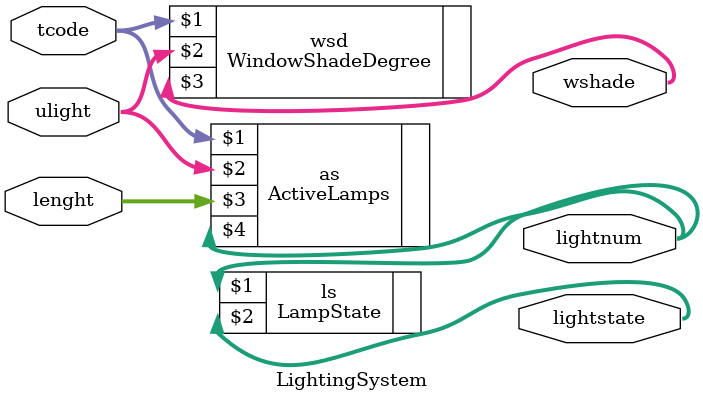
<source format=v>
/*--  *******************************************************
--  Computer Architecture Course, Laboratory Sources 
--  Amirkabir University of Technology (Tehran Polytechnic)
--  Department of Computer Engineering (CE-AUT)
--  https://ce[dot]aut[dot]ac[dot]ir
--  *******************************************************
--  All Rights reserved (C) 2019-2020
--  *******************************************************
--  Student ID  : 
--  Student Name: 
--  Student Mail: 
--  *******************************************************
--  Additional Comments:
--
--*/

/*-----------------------------------------------------------
---  Module Name: Lighting System
---  Description: Module4: 
-----------------------------------------------------------*/
`timescale 1 ns/1 ns 

module LightingSystem (
	input  [ 3:0] tcode      , // time code    [table2 time code   ]
	input  [ 3:0] ulight     , // user light   [light degree mode  ]
	input  [ 3:0] lenght     , // room length  [square room lenght ]
	output [ 3:0] wshade     , // shade level  [window shade level ]
	output [ 3:0] lightnum   , // number on    [number of active   ]
	output [15:0] lightstate   // lights state [lights state decode]
);

	WindowShadeDegree wsd(tcode , ulight , wshade ) ;
	ActiveLamps as(tcode , ulight , lenght ,lightnum ) ; 
	LampState ls(lightnum , lightstate ) ; 

endmodule
</source>
